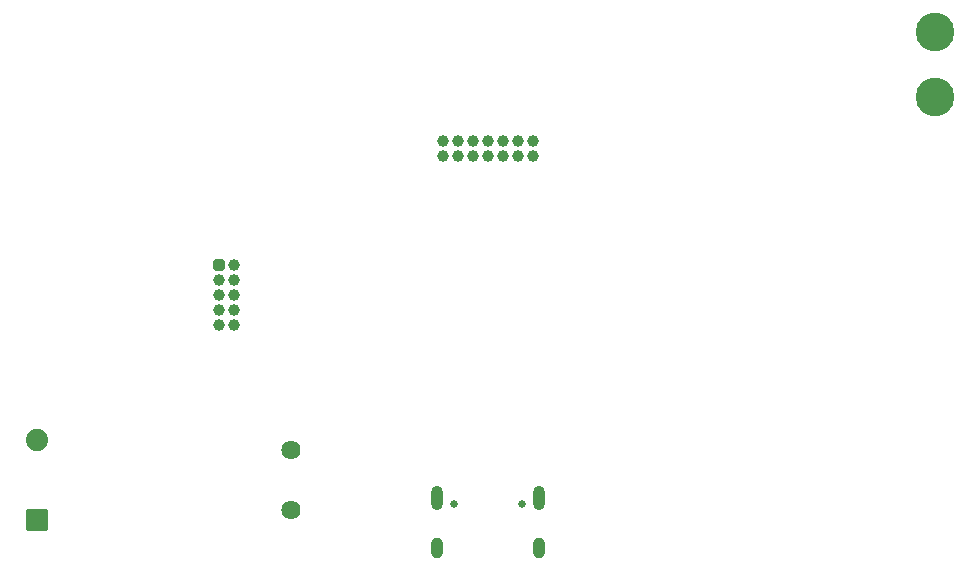
<source format=gbs>
G04*
G04 #@! TF.GenerationSoftware,Altium Limited,Altium Designer,22.4.2 (48)*
G04*
G04 Layer_Color=16711935*
%FSLAX44Y44*%
%MOMM*%
G71*
G04*
G04 #@! TF.SameCoordinates,5AEF41FB-E79F-4A44-A991-0DBAD6E3AD50*
G04*
G04*
G04 #@! TF.FilePolarity,Negative*
G04*
G01*
G75*
%ADD47O,1.0000X1.8000*%
%ADD48O,1.0000X2.1000*%
%ADD49C,1.6256*%
%ADD50C,0.6500*%
%ADD51C,1.0000*%
G04:AMPARAMS|DCode=52|XSize=1mm|YSize=1mm|CornerRadius=0.25mm|HoleSize=0mm|Usage=FLASHONLY|Rotation=270.000|XOffset=0mm|YOffset=0mm|HoleType=Round|Shape=RoundedRectangle|*
%AMROUNDEDRECTD52*
21,1,1.0000,0.5000,0,0,270.0*
21,1,0.5000,1.0000,0,0,270.0*
1,1,0.5000,-0.2500,-0.2500*
1,1,0.5000,-0.2500,0.2500*
1,1,0.5000,0.2500,0.2500*
1,1,0.5000,0.2500,-0.2500*
%
%ADD52ROUNDEDRECTD52*%
%ADD53C,3.2700*%
G04:AMPARAMS|DCode=54|XSize=1.881mm|YSize=1.881mm|CornerRadius=0.2351mm|HoleSize=0mm|Usage=FLASHONLY|Rotation=0.000|XOffset=0mm|YOffset=0mm|HoleType=Round|Shape=RoundedRectangle|*
%AMROUNDEDRECTD54*
21,1,1.8810,1.4108,0,0,0.0*
21,1,1.4108,1.8810,0,0,0.0*
1,1,0.4703,0.7054,-0.7054*
1,1,0.4703,-0.7054,-0.7054*
1,1,0.4703,-0.7054,0.7054*
1,1,0.4703,0.7054,0.7054*
%
%ADD54ROUNDEDRECTD54*%
%ADD55C,1.8810*%
D47*
X43200Y-233750D02*
D03*
X-43200D02*
D03*
D48*
X43200Y-191950D02*
D03*
X-43200D02*
D03*
D49*
X-167000Y-201650D02*
D03*
Y-150850D02*
D03*
D50*
X-28900Y-196950D02*
D03*
X28900D02*
D03*
D51*
X-215150Y-45400D02*
D03*
Y-32700D02*
D03*
X-227850Y-45400D02*
D03*
Y-32700D02*
D03*
X-215150Y-20000D02*
D03*
Y-7300D02*
D03*
X-227850Y-20000D02*
D03*
Y-7300D02*
D03*
X-215150Y5400D02*
D03*
X-38100Y97500D02*
D03*
Y110200D02*
D03*
X-25400Y97500D02*
D03*
Y110200D02*
D03*
X-12700Y97500D02*
D03*
Y110200D02*
D03*
X0Y97500D02*
D03*
Y110200D02*
D03*
X12700Y97500D02*
D03*
Y110200D02*
D03*
X25400Y97500D02*
D03*
Y110200D02*
D03*
X38100Y97500D02*
D03*
Y110200D02*
D03*
D52*
X-227850Y5400D02*
D03*
D53*
X378000Y202500D02*
D03*
Y147500D02*
D03*
D54*
X-382000Y-210000D02*
D03*
D55*
Y-142500D02*
D03*
M02*

</source>
